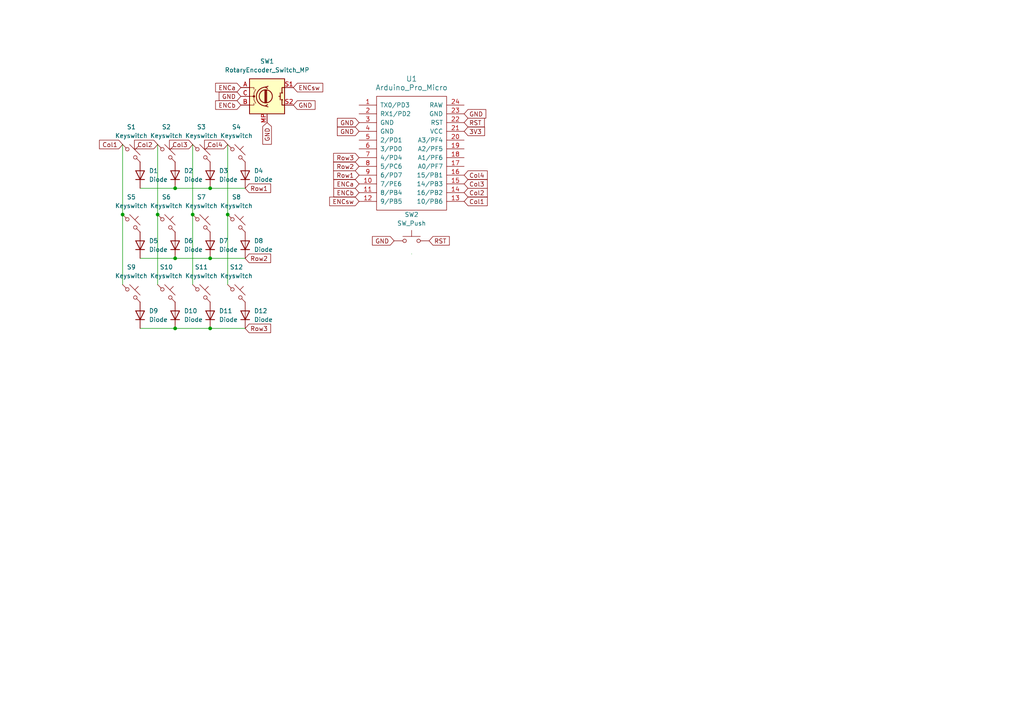
<source format=kicad_sch>
(kicad_sch (version 20231120) (generator "eeschema") (generator_version "8.0")
  (paper "A4")
  (lib_symbols
    (symbol "Device:RotaryEncoder_Switch_MP" (pin_names (offset 0.254) hide)
      (property "Reference" "SW" (at 0 8.89 0))
      (property "Value" "RotaryEncoder_Switch_MP" (at 0 6.35 0))
      (symbol "RotaryEncoder_Switch_MP_0_1"
        (rectangle (start -5.08 5.08) (end 5.08 -5.08) (stroke (width 0.254)) (fill (type background)))
        (circle (center -3.81 0) (radius 0.254) (fill (type outline)))
        (circle (center -0.381 0) (radius 1.905) (stroke (width 0.254)))
        (arc (start -0.381 2.667) (mid -3.0988 -0.0635) (end -0.381 -2.794) (stroke (width 0.254)))
        (polyline (pts (xy -0.635 -1.778) (xy -0.635 1.778)) (stroke (width 0.254)))
        (polyline (pts (xy -0.381 -1.778) (xy -0.381 1.778)) (stroke (width 0.254)))
        (polyline (pts (xy -0.127 1.778) (xy -0.127 -1.778)) (stroke (width 0.254)))
        (polyline (pts (xy 3.81 0) (xy 3.429 0)) (stroke (width 0.254)))
        (polyline (pts (xy 3.81 1.016) (xy 3.81 -1.016)) (stroke (width 0.254)))
        (polyline (pts (xy -5.08 -2.54) (xy -3.81 -2.54) (xy -3.81 -2.032)))
        (polyline (pts (xy -5.08 2.54) (xy -3.81 2.54) (xy -3.81 2.032)))
        (polyline (pts (xy 0.254 -3.048) (xy -0.508 -2.794) (xy 0.127 -2.413)) (stroke (width 0.254)))
        (polyline (pts (xy 0.254 2.921) (xy -0.508 2.667) (xy 0.127 2.286)) (stroke (width 0.254)))
        (polyline (pts (xy 5.08 -2.54) (xy 4.318 -2.54) (xy 4.318 -1.016)) (stroke (width 0.254)))
        (polyline (pts (xy 5.08 2.54) (xy 4.318 2.54) (xy 4.318 1.016)) (stroke (width 0.254)))
        (polyline (pts (xy -5.08 0) (xy -3.81 0) (xy -3.81 -1.016) (xy -3.302 -2.032)))
        (polyline (pts (xy -4.318 0) (xy -3.81 0) (xy -3.81 1.016) (xy -3.302 2.032)))
        (circle (center 4.318 -1.016) (radius 0.127) (stroke (width 0.254)))
        (circle (center 4.318 1.016) (radius 0.127) (stroke (width 0.254)))
      )
      (symbol "RotaryEncoder_Switch_MP_1_1"
        (pin passive line (at -7.62 2.54 0) (length 2.54) (name "A") (number "A"))
        (pin passive line (at -7.62 -2.54 0) (length 2.54) (name "B") (number "B"))
        (pin passive line (at -7.62 0 0) (length 2.54) (name "C") (number "C"))
        (pin passive line (at 0 -7.62 90) (length 2.54) (name "MP") (number "MP"))
        (pin passive line (at 7.62 2.54 180) (length 2.54) (name "S1") (number "S1"))
        (pin passive line (at 7.62 -2.54 180) (length 2.54) (name "S2") (number "S2"))
      )
    )
    (symbol "ScottoKeebs:MCU_Arduino_Pro_Micro" (pin_names (offset 1.016))
      (property "Reference" "U" (at 0 0 0))
      (property "Value" "Arduino_Pro_Micro" (at 0 -19.05 0))
      (symbol "MCU_Arduino_Pro_Micro_0_1"
        (rectangle (start -10.16 16.51) (end 10.16 -16.51))
      )
      (symbol "MCU_Arduino_Pro_Micro_1_1"
        (pin input line (at -15.24 13.97 0) (length 5.08) (name "TX0/PD3") (number "1"))
        (pin input line (at -15.24 -8.89 0) (length 5.08) (name "7/PE6") (number "10"))
        (pin input line (at -15.24 -11.43 0) (length 5.08) (name "8/PB4") (number "11"))
        (pin input line (at -15.24 -13.97 0) (length 5.08) (name "9/PB5") (number "12"))
        (pin input line (at 15.24 -13.97 180) (length 5.08) (name "10/PB6") (number "13"))
        (pin input line (at 15.24 -11.43 180) (length 5.08) (name "16/PB2") (number "14"))
        (pin input line (at 15.24 -8.89 180) (length 5.08) (name "14/PB3") (number "15"))
        (pin input line (at 15.24 -6.35 180) (length 5.08) (name "15/PB1") (number "16"))
        (pin input line (at 15.24 -3.81 180) (length 5.08) (name "A0/PF7") (number "17"))
        (pin input line (at 15.24 -1.27 180) (length 5.08) (name "A1/PF6") (number "18"))
        (pin input line (at 15.24 1.27 180) (length 5.08) (name "A2/PF5") (number "19"))
        (pin input line (at -15.24 11.43 0) (length 5.08) (name "RX1/PD2") (number "2"))
        (pin input line (at 15.24 3.81 180) (length 5.08) (name "A3/PF4") (number "20"))
        (pin input line (at 15.24 6.35 180) (length 5.08) (name "VCC") (number "21"))
        (pin input line (at 15.24 8.89 180) (length 5.08) (name "RST") (number "22"))
        (pin input line (at 15.24 11.43 180) (length 5.08) (name "GND") (number "23"))
        (pin input line (at 15.24 13.97 180) (length 5.08) (name "RAW") (number "24"))
        (pin input line (at -15.24 8.89 0) (length 5.08) (name "GND") (number "3"))
        (pin input line (at -15.24 6.35 0) (length 5.08) (name "GND") (number "4"))
        (pin input line (at -15.24 3.81 0) (length 5.08) (name "2/PD1") (number "5"))
        (pin input line (at -15.24 1.27 0) (length 5.08) (name "3/PD0") (number "6"))
        (pin input line (at -15.24 -1.27 0) (length 5.08) (name "4/PD4") (number "7"))
        (pin input line (at -15.24 -3.81 0) (length 5.08) (name "5/PC6") (number "8"))
        (pin input line (at -15.24 -6.35 0) (length 5.08) (name "6/PD7") (number "9"))
      )
    )
    (symbol "ScottoKeebs:Placeholder_Diode" (pin_numbers hide) (pin_names hide)
      (property "Reference" "D" (at 0 2.54 0))
      (property "Value" "Diode" (at 0 -2.54 0))
      (symbol "Placeholder_Diode_0_1"
        (polyline (pts (xy -1.27 1.27) (xy -1.27 -1.27)) (stroke (width 0.254)))
        (polyline (pts (xy 1.27 0) (xy -1.27 0)))
        (polyline (pts (xy 1.27 1.27) (xy 1.27 -1.27) (xy -1.27 0) (xy 1.27 1.27)) (stroke (width 0.254)))
      )
      (symbol "Placeholder_Diode_1_1"
        (pin passive line (at -3.81 0 0) (length 2.54) (name "K") (number "1"))
        (pin passive line (at 3.81 0 180) (length 2.54) (name "A") (number "2"))
      )
    )
    (symbol "ScottoKeebs:Placeholder_Keyswitch" (pin_numbers hide) (pin_names (offset 1.016) hide)
      (property "Reference" "S" (at 3.048 1.016 0))
      (property "Value" "Keyswitch" (at 0 -3.81 0))
      (symbol "Placeholder_Keyswitch_0_1"
        (circle (center -1.1684 1.1684) (radius 0.508))
        (polyline (pts (xy -0.508 2.54) (xy 2.54 -0.508)))
        (polyline (pts (xy 1.016 1.016) (xy 2.032 2.032)))
        (polyline (pts (xy -2.54 2.54) (xy -1.524 1.524) (xy -1.524 1.524)))
        (polyline (pts (xy 1.524 -1.524) (xy 2.54 -2.54) (xy 2.54 -2.54) (xy 2.54 -2.54)))
        (circle (center 1.143 -1.1938) (radius 0.508))
        (pin passive line (at -2.54 2.54 0) (length 0) (name "1") (number "1"))
        (pin passive line (at 2.54 -2.54 180) (length 0) (name "2") (number "2"))
      )
    )
    (symbol "Switch:SW_Push" (pin_numbers hide) (pin_names (offset 1.016) hide)
      (property "Reference" "SW" (at 1.27 2.54 0))
      (property "Value" "SW_Push" (at 0 -1.524 0))
      (symbol "SW_Push_0_1"
        (circle (center -2.032 0) (radius 0.508))
        (polyline (pts (xy 0 1.27) (xy 0 3.048)))
        (polyline (pts (xy 2.54 1.27) (xy -2.54 1.27)))
        (circle (center 2.032 0) (radius 0.508))
        (pin passive line (at -5.08 0 0) (length 2.54) (name "1") (number "1"))
        (pin passive line (at 5.08 0 180) (length 2.54) (name "2") (number "2"))
      )
    )
  )
  (junction (at 66.04 62.23))
  (junction (at 60.96 54.61))
  (junction (at 60.96 95.25))
  (junction (at 50.8 54.61))
  (junction (at 60.96 74.93))
  (junction (at 35.56 62.23))
  (junction (at 55.88 62.23))
  (junction (at 45.72 62.23))
  (junction (at 50.8 74.93))
  (junction (at 50.8 95.25))
  (wire (pts (xy 35.56 62.23) (xy 35.56 82.55)))
  (wire (pts (xy 35.56 41.91) (xy 35.56 62.23)))
  (wire (pts (xy 119.38 73.6394) (xy 119.38 73.66)))
  (wire (pts (xy 50.8 74.93) (xy 60.96 74.93)))
  (wire (pts (xy 45.72 62.23) (xy 45.72 82.55)))
  (wire (pts (xy 66.04 62.23) (xy 66.04 82.55)))
  (wire (pts (xy 60.96 74.93) (xy 71.12 74.93)))
  (wire (pts (xy 66.04 41.91) (xy 66.04 62.23)))
  (wire (pts (xy 40.64 95.25) (xy 50.8 95.25)))
  (wire (pts (xy 45.72 41.91) (xy 45.72 62.23)))
  (wire (pts (xy 60.96 95.25) (xy 71.12 95.25)))
  (wire (pts (xy 55.88 62.23) (xy 55.88 82.55)))
  (wire (pts (xy 60.96 54.61) (xy 71.12 54.61)))
  (wire (pts (xy 50.8 95.25) (xy 60.96 95.25)))
  (wire (pts (xy 50.8 54.61) (xy 60.96 54.61)))
  (wire (pts (xy 40.64 54.61) (xy 50.8 54.61)))
  (wire (pts (xy 40.64 74.93) (xy 50.8 74.93)))
  (wire (pts (xy 55.88 41.91) (xy 55.88 62.23)))
  (global_label "Row2" (shape input) (at 71.12 74.93 0) (property "Intersheetrefs" "${INTERSHEET_REFS}" (effects (hide yes))))
  (global_label "Row3" (shape input) (at 104.14 45.72 180) (property "Intersheetrefs" "${INTERSHEET_REFS}" (effects (hide yes))))
  (global_label "3V3" (shape input) (at 134.62 38.1 0) (property "Intersheetrefs" "${INTERSHEET_REFS}" (effects (hide yes))))
  (global_label "Col4" (shape input) (at 66.04 41.91 180) (property "Intersheetrefs" "${INTERSHEET_REFS}" (effects (hide yes))))
  (global_label "GND" (shape input) (at 69.85 27.94 180) (property "Intersheetrefs" "${INTERSHEET_REFS}" (effects (hide yes))))
  (global_label "GND" (shape input) (at 77.47 35.56 270) (property "Intersheetrefs" "${INTERSHEET_REFS}" (effects (hide yes))))
  (global_label "Col3" (shape input) (at 55.88 41.91 180) (property "Intersheetrefs" "${INTERSHEET_REFS}" (effects (hide yes))))
  (global_label "GND" (shape input) (at 104.14 35.56 180) (property "Intersheetrefs" "${INTERSHEET_REFS}" (effects (hide yes))))
  (global_label "Col1" (shape input) (at 134.62 58.42 0) (property "Intersheetrefs" "${INTERSHEET_REFS}" (effects (hide yes))))
  (global_label "GND" (shape input) (at 114.3 69.85 180) (property "Intersheetrefs" "${INTERSHEET_REFS}" (effects (hide yes))))
  (global_label "Col2" (shape input) (at 45.72 41.91 180) (property "Intersheetrefs" "${INTERSHEET_REFS}" (effects (hide yes))))
  (global_label "GND" (shape input) (at 85.09 30.48 0) (property "Intersheetrefs" "${INTERSHEET_REFS}" (effects (hide yes))))
  (global_label "Col1" (shape input) (at 35.56 41.91 180) (property "Intersheetrefs" "${INTERSHEET_REFS}" (effects (hide yes))))
  (global_label "GND" (shape input) (at 104.14 38.1 180) (property "Intersheetrefs" "${INTERSHEET_REFS}" (effects (hide yes))))
  (global_label "ENCsw" (shape input) (at 85.09 25.4 0) (property "Intersheetrefs" "${INTERSHEET_REFS}" (effects (hide yes))))
  (global_label "ENCa" (shape input) (at 69.85 25.4 180) (property "Intersheetrefs" "${INTERSHEET_REFS}" (effects (hide yes))))
  (global_label "Row2" (shape input) (at 104.14 48.26 180) (property "Intersheetrefs" "${INTERSHEET_REFS}" (effects (hide yes))))
  (global_label "RST" (shape input) (at 134.62 35.56 0) (property "Intersheetrefs" "${INTERSHEET_REFS}" (effects (hide yes))))
  (global_label "ENCa" (shape input) (at 104.14 53.34 180) (property "Intersheetrefs" "${INTERSHEET_REFS}" (effects (hide yes))))
  (global_label "Row3" (shape input) (at 71.12 95.25 0) (property "Intersheetrefs" "${INTERSHEET_REFS}" (effects (hide yes))))
  (global_label "Row1" (shape input) (at 71.12 54.61 0) (property "Intersheetrefs" "${INTERSHEET_REFS}" (effects (hide yes))))
  (global_label "Col3" (shape input) (at 134.62 53.34 0) (property "Intersheetrefs" "${INTERSHEET_REFS}" (effects (hide yes))))
  (global_label "Col2" (shape input) (at 134.62 55.88 0) (property "Intersheetrefs" "${INTERSHEET_REFS}" (effects (hide yes))))
  (global_label "ENCb" (shape input) (at 104.14 55.88 180) (property "Intersheetrefs" "${INTERSHEET_REFS}" (effects (hide yes))))
  (global_label "ENCb" (shape input) (at 69.85 30.48 180) (property "Intersheetrefs" "${INTERSHEET_REFS}" (effects (hide yes))))
  (global_label "RST" (shape input) (at 124.46 69.85 0) (property "Intersheetrefs" "${INTERSHEET_REFS}" (effects (hide yes))))
  (global_label "Row1" (shape input) (at 104.14 50.8 180) (property "Intersheetrefs" "${INTERSHEET_REFS}" (effects (hide yes))))
  (global_label "Col4" (shape input) (at 134.62 50.8 0) (property "Intersheetrefs" "${INTERSHEET_REFS}" (effects (hide yes))))
  (global_label "ENCsw" (shape input) (at 104.14 58.42 180) (property "Intersheetrefs" "${INTERSHEET_REFS}" (effects (hide yes))))
  (global_label "GND" (shape input) (at 134.62 33.02 0) (property "Intersheetrefs" "${INTERSHEET_REFS}" (effects (hide yes))))
  (symbol (lib_id "ScottoKeebs:Placeholder_Keyswitch") (at 48.26 85.09 0) (unit 1)
    (property "Reference" "S10" (at 48.26 77.47 0))
    (property "Value" "Keyswitch" (at 48.26 80.01 0))
    (property "Footprint" "ScottoKeebs_MX:MX_PCB_1.00u" (effects (hide yes)))
    (property "Description" "Push button switch, normally open, two pins, 45° tilted" (effects (hide yes)))
  )
  (symbol (lib_id "ScottoKeebs:Placeholder_Keyswitch") (at 68.58 85.09 0) (unit 1)
    (property "Reference" "S12" (at 68.58 77.47 0))
    (property "Value" "Keyswitch" (at 68.58 80.01 0))
    (property "Footprint" "ScottoKeebs_MX:MX_PCB_1.00u" (effects (hide yes)))
    (property "Description" "Push button switch, normally open, two pins, 45° tilted" (effects (hide yes)))
  )
  (symbol (lib_id "ScottoKeebs:Placeholder_Diode") (at 71.12 91.44 90) (unit 1)
    (property "Reference" "D12" (at 73.66 90.1699 90) (effects (justify right)))
    (property "Value" "Diode" (at 73.66 92.7099 90) (effects (justify right)))
    (property "Footprint" "ScottoKeebs_Components:Diode_DO-35" (effects (hide yes)))
    (property "Description" "1N4148 (DO-35) or 1N4148W (SOD-123)" (effects (hide yes)))
    (property "Sim.Device" "D" (effects (hide yes)))
    (property "Sim.Pins" "1=K 2=A" (effects (hide yes)))
  )
  (symbol (lib_id "ScottoKeebs:Placeholder_Keyswitch") (at 58.42 85.09 0) (unit 1)
    (property "Reference" "S11" (at 58.42 77.47 0))
    (property "Value" "Keyswitch" (at 58.42 80.01 0))
    (property "Footprint" "ScottoKeebs_MX:MX_PCB_1.00u" (effects (hide yes)))
    (property "Description" "Push button switch, normally open, two pins, 45° tilted" (effects (hide yes)))
  )
  (symbol (lib_id "ScottoKeebs:Placeholder_Keyswitch") (at 38.1 44.45 0) (unit 1)
    (property "Reference" "S1" (at 38.1 36.83 0))
    (property "Value" "Keyswitch" (at 38.1 39.37 0))
    (property "Footprint" "ScottoKeebs_MX:MX_PCB_1.00u" (effects (hide yes)))
    (property "Description" "Push button switch, normally open, two pins, 45° tilted" (effects (hide yes)))
  )
  (symbol (lib_id "ScottoKeebs:Placeholder_Keyswitch") (at 58.42 44.45 0) (unit 1)
    (property "Reference" "S3" (at 58.42 36.83 0))
    (property "Value" "Keyswitch" (at 58.42 39.37 0))
    (property "Footprint" "ScottoKeebs_MX:MX_PCB_1.00u" (effects (hide yes)))
    (property "Description" "Push button switch, normally open, two pins, 45° tilted" (effects (hide yes)))
  )
  (symbol (lib_id "ScottoKeebs:Placeholder_Keyswitch") (at 68.58 44.45 0) (unit 1)
    (property "Reference" "S4" (at 68.58 36.83 0))
    (property "Value" "Keyswitch" (at 68.58 39.37 0))
    (property "Footprint" "ScottoKeebs_MX:MX_PCB_1.00u" (effects (hide yes)))
    (property "Description" "Push button switch, normally open, two pins, 45° tilted" (effects (hide yes)))
  )
  (symbol (lib_id "Device:RotaryEncoder_Switch_MP") (at 77.47 27.94 0) (unit 1)
    (property "Reference" "SW1" (at 77.47 17.78 0))
    (property "Value" "RotaryEncoder_Switch_MP" (at 77.47 20.32 0))
    (property "Footprint" "ScottoKeebs_Scotto:Encoder_EC11_MX" (effects (hide yes)))
    (property "Description" "Rotary encoder, dual channel, incremental quadrate outputs, with switch and MP Pin" (effects (hide yes)))
  )
  (symbol (lib_id "ScottoKeebs:Placeholder_Diode") (at 50.8 50.8 90) (unit 1)
    (property "Reference" "D2" (at 53.34 49.5299 90) (effects (justify right)))
    (property "Value" "Diode" (at 53.34 52.0699 90) (effects (justify right)))
    (property "Footprint" "ScottoKeebs_Components:Diode_DO-35" (effects (hide yes)))
    (property "Description" "1N4148 (DO-35) or 1N4148W (SOD-123)" (effects (hide yes)))
    (property "Sim.Device" "D" (effects (hide yes)))
    (property "Sim.Pins" "1=K 2=A" (effects (hide yes)))
  )
  (symbol (lib_id "ScottoKeebs:Placeholder_Diode") (at 40.64 71.12 90) (unit 1)
    (property "Reference" "D5" (at 43.18 69.8499 90) (effects (justify right)))
    (property "Value" "Diode" (at 43.18 72.3899 90) (effects (justify right)))
    (property "Footprint" "ScottoKeebs_Components:Diode_DO-35" (effects (hide yes)))
    (property "Description" "1N4148 (DO-35) or 1N4148W (SOD-123)" (effects (hide yes)))
    (property "Sim.Device" "D" (effects (hide yes)))
    (property "Sim.Pins" "1=K 2=A" (effects (hide yes)))
  )
  (symbol (lib_id "ScottoKeebs:Placeholder_Diode") (at 40.64 50.8 90) (unit 1)
    (property "Reference" "D1" (at 43.18 49.5299 90) (effects (justify right)))
    (property "Value" "Diode" (at 43.18 52.0699 90) (effects (justify right)))
    (property "Footprint" "ScottoKeebs_Components:Diode_DO-35" (effects (hide yes)))
    (property "Description" "1N4148 (DO-35) or 1N4148W (SOD-123)" (effects (hide yes)))
    (property "Sim.Device" "D" (effects (hide yes)))
    (property "Sim.Pins" "1=K 2=A" (effects (hide yes)))
  )
  (symbol (lib_id "ScottoKeebs:Placeholder_Diode") (at 40.64 91.44 90) (unit 1)
    (property "Reference" "D9" (at 43.18 90.1699 90) (effects (justify right)))
    (property "Value" "Diode" (at 43.18 92.7099 90) (effects (justify right)))
    (property "Footprint" "ScottoKeebs_Components:Diode_DO-35" (effects (hide yes)))
    (property "Description" "1N4148 (DO-35) or 1N4148W (SOD-123)" (effects (hide yes)))
    (property "Sim.Device" "D" (effects (hide yes)))
    (property "Sim.Pins" "1=K 2=A" (effects (hide yes)))
  )
  (symbol (lib_id "ScottoKeebs:Placeholder_Keyswitch") (at 48.26 44.45 0) (unit 1)
    (property "Reference" "S2" (at 48.26 36.83 0))
    (property "Value" "Keyswitch" (at 48.26 39.37 0))
    (property "Footprint" "ScottoKeebs_MX:MX_PCB_1.00u" (effects (hide yes)))
    (property "Description" "Push button switch, normally open, two pins, 45° tilted" (effects (hide yes)))
  )
  (symbol (lib_id "ScottoKeebs:Placeholder_Keyswitch") (at 68.58 64.77 0) (unit 1)
    (property "Reference" "S8" (at 68.58 57.15 0))
    (property "Value" "Keyswitch" (at 68.58 59.69 0))
    (property "Footprint" "ScottoKeebs_MX:MX_PCB_1.00u" (effects (hide yes)))
    (property "Description" "Push button switch, normally open, two pins, 45° tilted" (effects (hide yes)))
  )
  (symbol (lib_id "ScottoKeebs:Placeholder_Diode") (at 50.8 71.12 90) (unit 1)
    (property "Reference" "D6" (at 53.34 69.8499 90) (effects (justify right)))
    (property "Value" "Diode" (at 53.34 72.3899 90) (effects (justify right)))
    (property "Footprint" "ScottoKeebs_Components:Diode_DO-35" (effects (hide yes)))
    (property "Description" "1N4148 (DO-35) or 1N4148W (SOD-123)" (effects (hide yes)))
    (property "Sim.Device" "D" (effects (hide yes)))
    (property "Sim.Pins" "1=K 2=A" (effects (hide yes)))
  )
  (symbol (lib_id "ScottoKeebs:Placeholder_Diode") (at 60.96 91.44 90) (unit 1)
    (property "Reference" "D11" (at 63.5 90.1699 90) (effects (justify right)))
    (property "Value" "Diode" (at 63.5 92.7099 90) (effects (justify right)))
    (property "Footprint" "ScottoKeebs_Components:Diode_DO-35" (effects (hide yes)))
    (property "Description" "1N4148 (DO-35) or 1N4148W (SOD-123)" (effects (hide yes)))
    (property "Sim.Device" "D" (effects (hide yes)))
    (property "Sim.Pins" "1=K 2=A" (effects (hide yes)))
  )
  (symbol (lib_id "ScottoKeebs:MCU_Arduino_Pro_Micro") (at 119.38 44.45 0) (unit 1)
    (property "Reference" "U1" (at 119.38 22.86 0) (effects (font (size 1.524 1.524))))
    (property "Value" "Arduino_Pro_Micro" (at 119.38 25.4 0) (effects (font (size 1.524 1.524))))
    (property "Footprint" "ScottoKeebs_MCU:Arduino_Pro_Micro" (effects (hide yes)))
  )
  (symbol (lib_id "ScottoKeebs:Placeholder_Diode") (at 71.12 71.12 90) (unit 1)
    (property "Reference" "D8" (at 73.66 69.8499 90) (effects (justify right)))
    (property "Value" "Diode" (at 73.66 72.3899 90) (effects (justify right)))
    (property "Footprint" "ScottoKeebs_Components:Diode_DO-35" (effects (hide yes)))
    (property "Description" "1N4148 (DO-35) or 1N4148W (SOD-123)" (effects (hide yes)))
    (property "Sim.Device" "D" (effects (hide yes)))
    (property "Sim.Pins" "1=K 2=A" (effects (hide yes)))
  )
  (symbol (lib_id "ScottoKeebs:Placeholder_Keyswitch") (at 58.42 64.77 0) (unit 1)
    (property "Reference" "S7" (at 58.42 57.15 0))
    (property "Value" "Keyswitch" (at 58.42 59.69 0))
    (property "Footprint" "ScottoKeebs_MX:MX_PCB_1.00u" (effects (hide yes)))
    (property "Description" "Push button switch, normally open, two pins, 45° tilted" (effects (hide yes)))
  )
  (symbol (lib_id "ScottoKeebs:Placeholder_Diode") (at 60.96 71.12 90) (unit 1)
    (property "Reference" "D7" (at 63.5 69.8499 90) (effects (justify right)))
    (property "Value" "Diode" (at 63.5 72.3899 90) (effects (justify right)))
    (property "Footprint" "ScottoKeebs_Components:Diode_DO-35" (effects (hide yes)))
    (property "Description" "1N4148 (DO-35) or 1N4148W (SOD-123)" (effects (hide yes)))
    (property "Sim.Device" "D" (effects (hide yes)))
    (property "Sim.Pins" "1=K 2=A" (effects (hide yes)))
  )
  (symbol (lib_id "ScottoKeebs:Placeholder_Diode") (at 71.12 50.8 90) (unit 1)
    (property "Reference" "D4" (at 73.66 49.5299 90) (effects (justify right)))
    (property "Value" "Diode" (at 73.66 52.0699 90) (effects (justify right)))
    (property "Footprint" "ScottoKeebs_Components:Diode_DO-35" (effects (hide yes)))
    (property "Description" "1N4148 (DO-35) or 1N4148W (SOD-123)" (effects (hide yes)))
    (property "Sim.Device" "D" (effects (hide yes)))
    (property "Sim.Pins" "1=K 2=A" (effects (hide yes)))
  )
  (symbol (lib_id "ScottoKeebs:Placeholder_Keyswitch") (at 48.26 64.77 0) (unit 1)
    (property "Reference" "S6" (at 48.26 57.15 0))
    (property "Value" "Keyswitch" (at 48.26 59.69 0))
    (property "Footprint" "ScottoKeebs_MX:MX_PCB_1.00u" (effects (hide yes)))
    (property "Description" "Push button switch, normally open, two pins, 45° tilted" (effects (hide yes)))
  )
  (symbol (lib_id "Switch:SW_Push") (at 119.38 69.85 0) (unit 1)
    (property "Reference" "SW2" (at 119.38 62.23 0))
    (property "Value" "SW_Push" (at 119.38 64.77 0))
    (property "Footprint" "Button_Switch_THT:SW_PUSH_6mm" (effects (hide yes)))
    (property "Description" "Push button switch, generic, two pins" (effects (hide yes)))
  )
  (symbol (lib_id "ScottoKeebs:Placeholder_Keyswitch") (at 38.1 85.09 0) (unit 1)
    (property "Reference" "S9" (at 38.1 77.47 0))
    (property "Value" "Keyswitch" (at 38.1 80.01 0))
    (property "Footprint" "ScottoKeebs_MX:MX_PCB_1.00u" (effects (hide yes)))
    (property "Description" "Push button switch, normally open, two pins, 45° tilted" (effects (hide yes)))
  )
  (symbol (lib_id "ScottoKeebs:Placeholder_Keyswitch") (at 38.1 64.77 0) (unit 1)
    (property "Reference" "S5" (at 38.1 57.15 0))
    (property "Value" "Keyswitch" (at 38.1 59.69 0))
    (property "Footprint" "ScottoKeebs_MX:MX_PCB_1.00u" (effects (hide yes)))
    (property "Description" "Push button switch, normally open, two pins, 45° tilted" (effects (hide yes)))
  )
  (symbol (lib_id "ScottoKeebs:Placeholder_Diode") (at 60.96 50.8 90) (unit 1)
    (property "Reference" "D3" (at 63.5 49.5299 90) (effects (justify right)))
    (property "Value" "Diode" (at 63.5 52.0699 90) (effects (justify right)))
    (property "Footprint" "ScottoKeebs_Components:Diode_DO-35" (effects (hide yes)))
    (property "Description" "1N4148 (DO-35) or 1N4148W (SOD-123)" (effects (hide yes)))
    (property "Sim.Device" "D" (effects (hide yes)))
    (property "Sim.Pins" "1=K 2=A" (effects (hide yes)))
  )
  (symbol (lib_id "ScottoKeebs:Placeholder_Diode") (at 50.8 91.44 90) (unit 1)
    (property "Reference" "D10" (at 53.34 90.1699 90) (effects (justify right)))
    (property "Value" "Diode" (at 53.34 92.7099 90) (effects (justify right)))
    (property "Footprint" "ScottoKeebs_Components:Diode_DO-35" (effects (hide yes)))
    (property "Description" "1N4148 (DO-35) or 1N4148W (SOD-123)" (effects (hide yes)))
    (property "Sim.Device" "D" (effects (hide yes)))
    (property "Sim.Pins" "1=K 2=A" (effects (hide yes)))
  )
)
</source>
